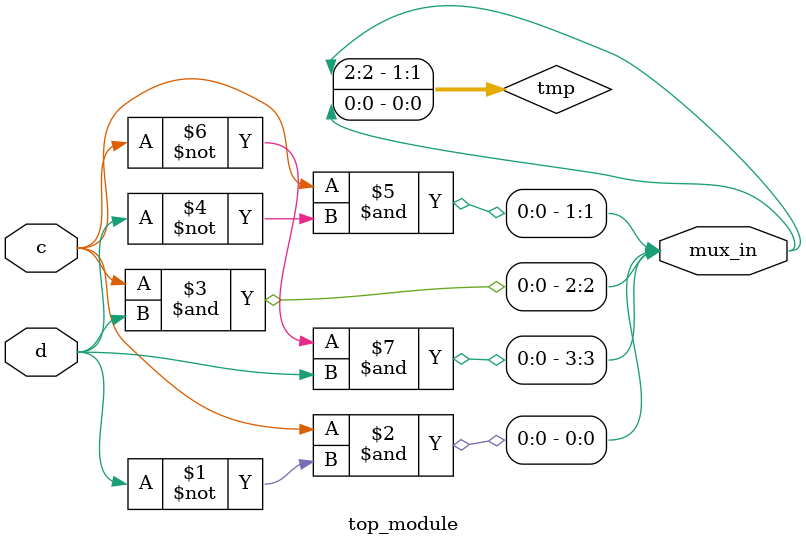
<source format=sv>
module top_module(
    input c,
    input d,
    output [3:0] mux_in
);

    wire [1:0] tmp;

    assign tmp[0] = c & ~d; // cd = 00
    assign tmp[1] = c & d; // cd = 11

    assign mux_in[0] = tmp[0]; // ab = 00
    assign mux_in[1] = c & ~d; // ab = 01
    assign mux_in[2] = tmp[1]; // ab = 11
    assign mux_in[3] = ~c & d; // ab = 10

endmodule

</source>
